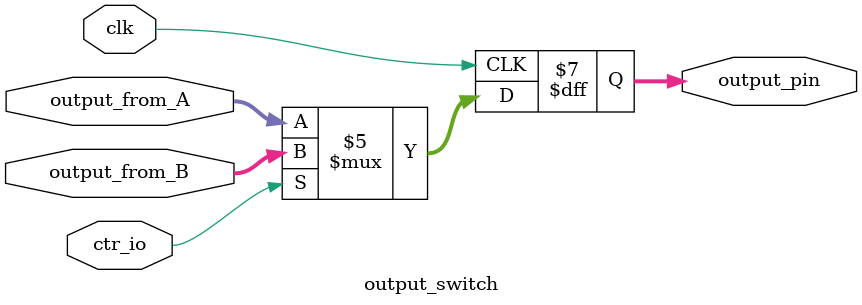
<source format=v>

module output_switch(
                    clk,
                    ctr_io, // ctr_io==0 switch to CPU A else CPU B
                    output_pin,
                    output_from_A,
                    output_from_B
                    );
input clk;
input ctr_io;
output  [7:0] output_pin;
input   [7:0] output_from_A;
input   [7:0] output_from_B;

reg [7:0] output_pin=8'hff;


always@ (posedge clk)
begin
  if(!ctr_io)
    output_pin  <= output_from_A;
  else 
    output_pin  <= output_from_B;
    
   
end


endmodule 

</source>
